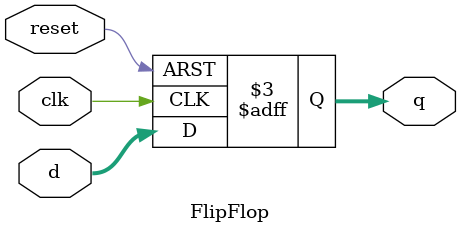
<source format=v>
`timescale 1ns / 1ps

module FlipFlop(
    clk, reset, // 1 bit each
    d,          // 8 bit
    q           // 8 bit
    );
    
    // Define the input and output signals
    input            clk;
    input            reset;
    input      [7:0] d;
    output reg [7:0] q;
    
    // Define the D Flip Flop modules' behaviour
    always @(posedge clk, posedge reset)
        begin
        if (reset == 1'b1)
            q <= 0;
        else
            q <= d;
        end
endmodule
</source>
